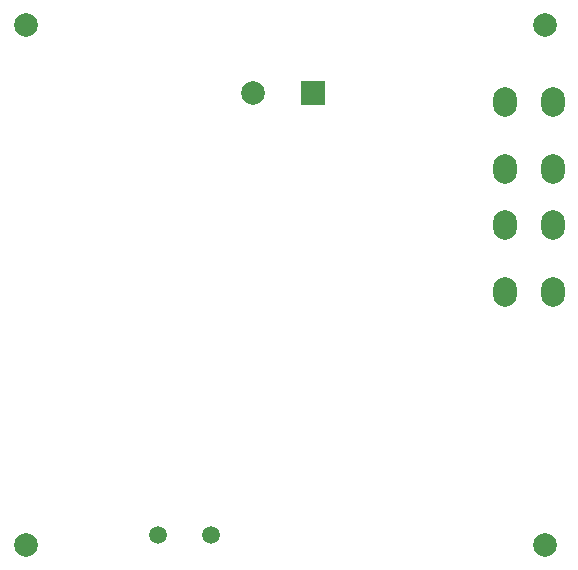
<source format=gbr>
%TF.GenerationSoftware,Altium Limited,Altium Designer,21.2.1 (34)*%
G04 Layer_Color=255*
%FSLAX25Y25*%
%MOIN*%
%TF.SameCoordinates,9F7D5B0E-9DD4-4BF0-BF89-A6B7BC673C6C*%
%TF.FilePolarity,Positive*%
%TF.FileFunction,Pads,Top*%
%TF.Part,Single*%
G01*
G75*
%TA.AperFunction,ComponentPad*%
%ADD12O,0.07874X0.09843*%
%ADD13R,0.07874X0.07874*%
%ADD14C,0.07874*%
%ADD15C,0.05906*%
%TA.AperFunction,ViaPad*%
%ADD16C,0.07874*%
D12*
X187500Y118213D02*
D03*
X171752D02*
D03*
Y96165D02*
D03*
X187500D02*
D03*
Y159213D02*
D03*
X171752D02*
D03*
Y137165D02*
D03*
X187500D02*
D03*
D13*
X107500Y162500D02*
D03*
D14*
X87500D02*
D03*
D15*
X73716Y15000D02*
D03*
X56000D02*
D03*
D16*
X11811Y185039D02*
D03*
X185039D02*
D03*
Y11811D02*
D03*
X11811D02*
D03*
%TF.MD5,a1d747992104df60cc2fd14747872084*%
M02*

</source>
